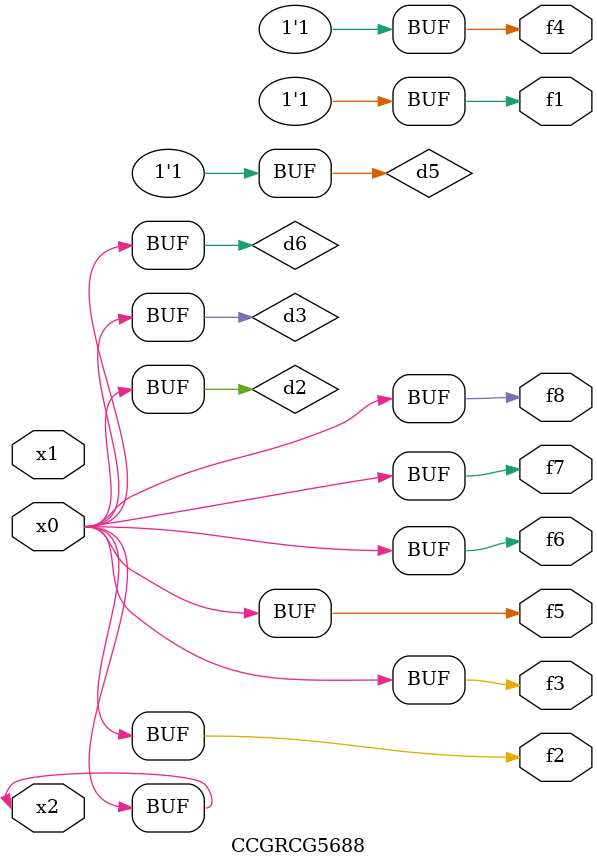
<source format=v>
module CCGRCG5688(
	input x0, x1, x2,
	output f1, f2, f3, f4, f5, f6, f7, f8
);

	wire d1, d2, d3, d4, d5, d6;

	xnor (d1, x2);
	buf (d2, x0, x2);
	and (d3, x0);
	xnor (d4, x1, x2);
	nand (d5, d1, d3);
	buf (d6, d2, d3);
	assign f1 = d5;
	assign f2 = d6;
	assign f3 = d6;
	assign f4 = d5;
	assign f5 = d6;
	assign f6 = d6;
	assign f7 = d6;
	assign f8 = d6;
endmodule

</source>
